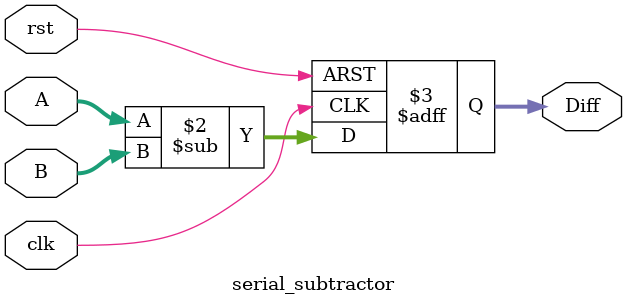
<source format=v>
module serial_subtractor (
    input clk,
    input rst,
    input [3:0] A,
    input [3:0] B,
    output reg [3:0] Diff
);

    always @(posedge clk or posedge rst) begin
        if (rst)
            Diff <= 4'b0000;
        else
            Diff <= A - B; // Corrected subtraction operation
    end

endmodule

</source>
